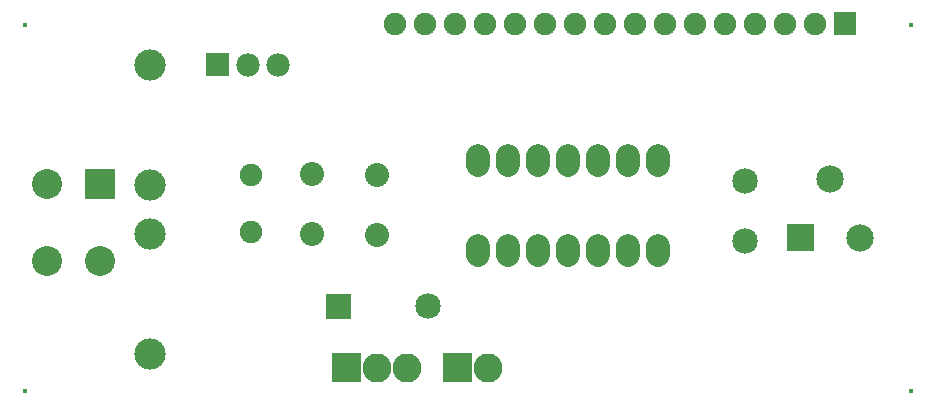
<source format=gbr>
G04 start of page 6 for group -4062 idx -4062 *
G04 Title: vt100lcd84, soldermask *
G04 Creator: pcb 20091103 *
G04 CreationDate: Tue 01 May 2012 10:21:43 PM GMT UTC *
G04 For: ecomer *
G04 Format: Gerber/RS-274X *
G04 PCB-Dimensions: 334646 161417 *
G04 PCB-Coordinate-Origin: lower left *
%MOIN*%
%FSLAX25Y25*%
%LNBACKMASK*%
%ADD14C,0.0200*%
%ADD19C,0.0800*%
%ADD34C,0.0970*%
%ADD35C,0.0750*%
%ADD36C,0.0160*%
%ADD37C,0.1000*%
%ADD38C,0.1044*%
%ADD39C,0.0750*%
%ADD40C,0.0780*%
%ADD41C,0.0850*%
%ADD42C,0.0907*%
G54D14*G36*
X120030Y52107D02*Y43607D01*
X128530D01*
Y52107D01*
X120030D01*
G37*
G36*
X122150Y32267D02*Y22567D01*
X131850D01*
Y32267D01*
X122150D01*
G37*
G54D34*X137000Y27417D03*
G54D19*X137130Y91838D03*
Y71838D03*
X115478Y92126D03*
Y72126D03*
G54D35*X95083Y72571D03*
Y91783D03*
G54D36*X19685Y19685D03*
G54D14*G36*
X39692Y93622D02*Y83622D01*
X49692D01*
Y93622D01*
X39692D01*
G37*
G54D37*X44692Y63032D03*
X26976Y88622D03*
Y63032D03*
G54D36*X19685Y141732D03*
G54D38*X61500Y71917D03*
Y31917D03*
Y128417D03*
Y88417D03*
G54D36*X314961Y19685D03*
G54D39*X143110Y142126D03*
X153110D03*
X163110D03*
X173110D03*
X183110D03*
X193110D03*
X203110D03*
X213110D03*
X223110D03*
X233110D03*
X243110D03*
X253110D03*
X263110D03*
X273110D03*
X283110D03*
G54D14*G36*
X289361Y145875D02*Y138377D01*
X296859D01*
Y145875D01*
X289361D01*
G37*
G54D36*X314961Y141732D03*
G54D40*X94000Y128417D03*
X104000D03*
G54D14*G36*
X80100Y132317D02*Y124517D01*
X87900D01*
Y132317D01*
X80100D01*
G37*
G54D41*X259685Y89602D03*
G54D19*X230787Y96412D03*
G54D42*X288134Y90457D03*
G54D41*X259685Y69602D03*
G54D14*G36*
X273754Y75308D02*Y66234D01*
X282828D01*
Y75308D01*
X273754D01*
G37*
G54D42*X297977Y70771D03*
G54D19*X220787Y96412D03*
X210787D03*
X200787D03*
X190787D03*
X180787D03*
X170787D03*
Y66412D03*
X180787D03*
X190787D03*
X200787D03*
X210787D03*
X220787D03*
X230787D03*
G54D41*X154280Y47857D03*
G54D34*X147000Y27417D03*
G54D14*G36*
X159150Y32267D02*Y22567D01*
X168850D01*
Y32267D01*
X159150D01*
G37*
G54D34*X174000Y27417D03*
G54D19*X220787Y97912D02*Y94912D01*
X230787Y97912D02*Y94912D01*
X210787Y97912D02*Y94912D01*
X200787Y97912D02*Y94912D01*
X190787Y97912D02*Y94912D01*
X180787Y97912D02*Y94912D01*
X170787Y97912D02*Y94912D01*
Y67912D02*Y64912D01*
X180787Y67912D02*Y64912D01*
X190787Y67912D02*Y64912D01*
X200787Y67912D02*Y64912D01*
X210787Y67912D02*Y64912D01*
X220787Y67912D02*Y64912D01*
X230787Y67912D02*Y64912D01*
M02*

</source>
